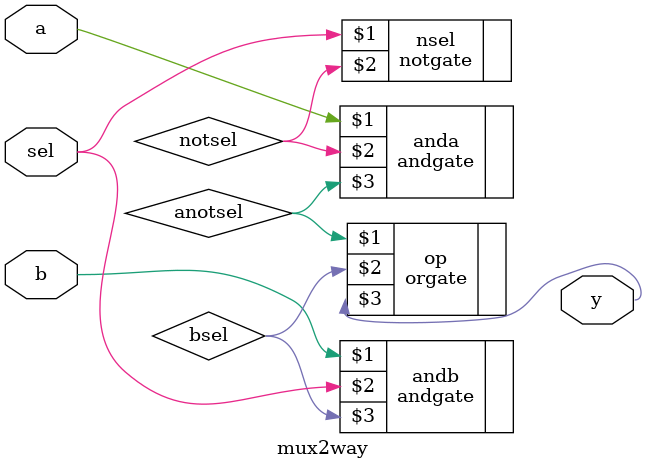
<source format=v>

module mux2way (
    a,b,sel,y
);
    input a,b,sel;
    output y;
    wire anotsel,bsel,notsel;
    notgate nsel(sel,notsel);
    andgate anda(a,notsel,anotsel);
    andgate andb(b,sel,bsel);
    orgate op(anotsel,bsel,y);
endmodule
</source>
